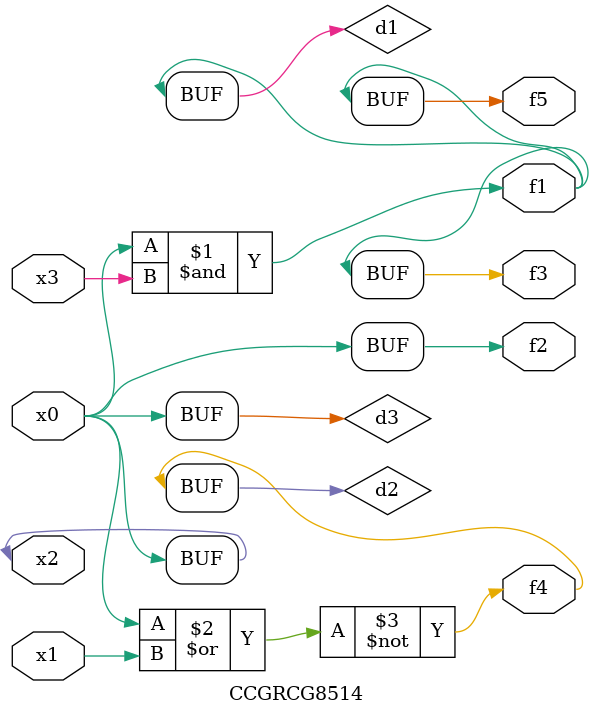
<source format=v>
module CCGRCG8514(
	input x0, x1, x2, x3,
	output f1, f2, f3, f4, f5
);

	wire d1, d2, d3;

	and (d1, x2, x3);
	nor (d2, x0, x1);
	buf (d3, x0, x2);
	assign f1 = d1;
	assign f2 = d3;
	assign f3 = d1;
	assign f4 = d2;
	assign f5 = d1;
endmodule

</source>
